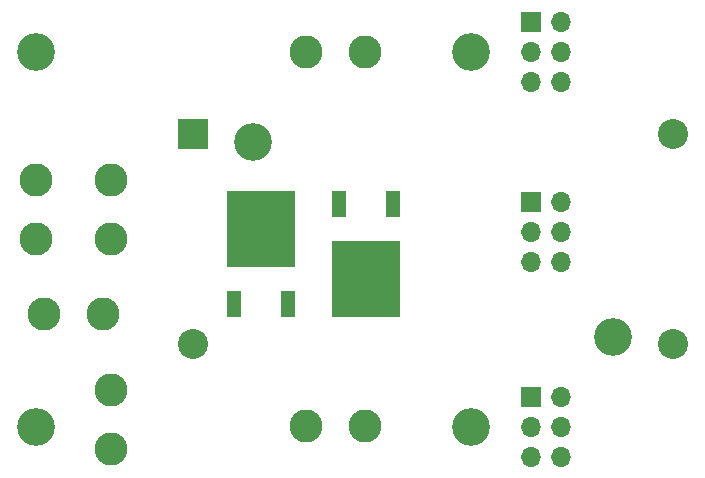
<source format=gbr>
G04 #@! TF.GenerationSoftware,KiCad,Pcbnew,(5.1.8)-1*
G04 #@! TF.CreationDate,2022-10-22T17:33:47+02:00*
G04 #@! TF.ProjectId,RP_LM2596-KfzPowerSafeguard,52505f4c-4d32-4353-9936-2d4b667a506f,rev?*
G04 #@! TF.SameCoordinates,Original*
G04 #@! TF.FileFunction,Soldermask,Bot*
G04 #@! TF.FilePolarity,Negative*
%FSLAX46Y46*%
G04 Gerber Fmt 4.6, Leading zero omitted, Abs format (unit mm)*
G04 Created by KiCad (PCBNEW (5.1.8)-1) date 2022-10-22 17:33:47*
%MOMM*%
%LPD*%
G01*
G04 APERTURE LIST*
%ADD10C,3.200000*%
%ADD11R,2.540000X2.540000*%
%ADD12C,2.540000*%
%ADD13C,2.800000*%
%ADD14R,1.700000X1.700000*%
%ADD15O,1.700000X1.700000*%
%ADD16R,1.200000X2.200000*%
%ADD17R,5.800000X6.400000*%
G04 APERTURE END LIST*
D10*
X103505000Y-71755000D03*
X133985000Y-88265000D03*
D11*
X98425000Y-71120000D03*
D12*
X98425000Y-88900000D03*
X139065000Y-71120000D03*
X139065000Y-88900000D03*
D13*
X85090000Y-79970000D03*
X85090000Y-74970000D03*
X91440000Y-74970000D03*
X91440000Y-79970000D03*
X85765000Y-86360000D03*
X90765000Y-86360000D03*
X107990000Y-95845000D03*
X112990000Y-95845000D03*
X91440000Y-97750000D03*
X91440000Y-92750000D03*
D10*
X85090000Y-64135000D03*
X121920000Y-64135000D03*
X85090000Y-95885000D03*
X121920000Y-95885000D03*
D13*
X107990000Y-64135000D03*
X112990000Y-64135000D03*
D14*
X127000000Y-61595000D03*
D15*
X129540000Y-61595000D03*
X127000000Y-64135000D03*
X129540000Y-64135000D03*
X127000000Y-66675000D03*
X129540000Y-66675000D03*
X129540000Y-98425000D03*
X127000000Y-98425000D03*
X129540000Y-95885000D03*
X127000000Y-95885000D03*
X129540000Y-93345000D03*
D14*
X127000000Y-93345000D03*
X127000000Y-76835000D03*
D15*
X129540000Y-76835000D03*
X127000000Y-79375000D03*
X129540000Y-79375000D03*
X127000000Y-81915000D03*
X129540000Y-81915000D03*
D16*
X106420000Y-85480000D03*
X101860000Y-85480000D03*
D17*
X104140000Y-79180000D03*
X113030000Y-83380000D03*
D16*
X115310000Y-77080000D03*
X110750000Y-77080000D03*
M02*

</source>
